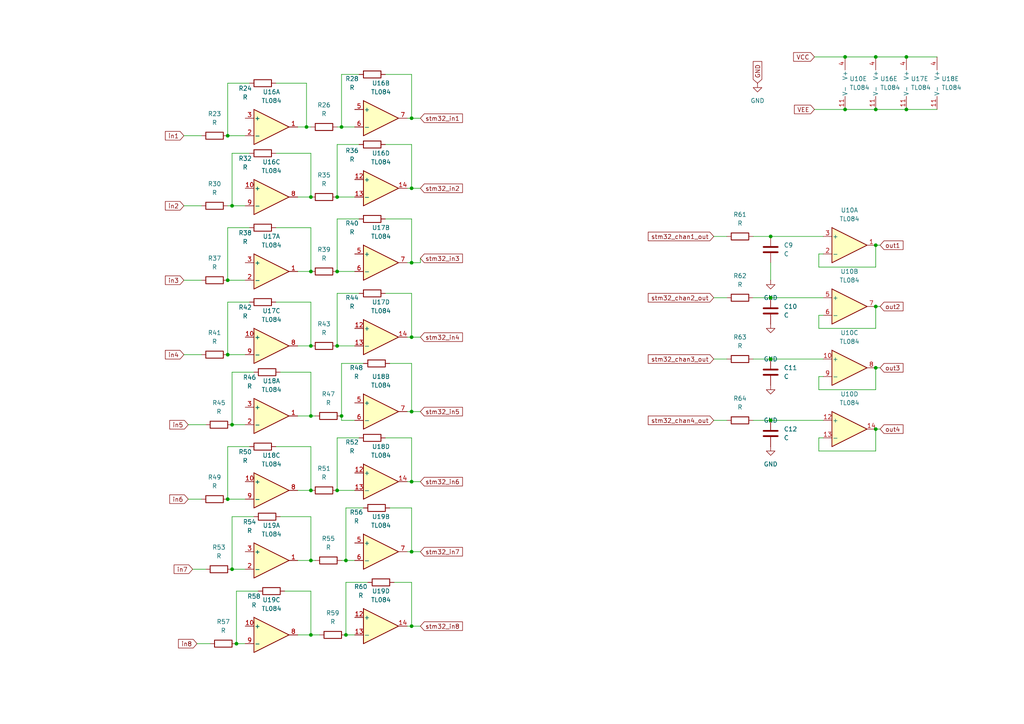
<source format=kicad_sch>
(kicad_sch (version 20250114) (generator "eeschema") (generator_version "9.0")
  (paper "A4")
  (lib_symbols
    (symbol "Amplifier_Operational:TL084" (pin_names (offset 0.127))
      (property "Reference" "U" (at 0 5.08 0))
      (property "Value" "TL084" (at 0 -5.08 0))
      (symbol "TL084_1_1"
        (polyline (pts (xy -5.08 5.08) (xy 5.08 0) (xy -5.08 -5.08) (xy -5.08 5.08)) (stroke (width 0.254)) (fill (type background)))
        (pin input line (at -7.62 2.54 0) (length 2.54) (name "+") (number "3"))
        (pin input line (at -7.62 -2.54 0) (length 2.54) (name "-") (number "2"))
        (pin output line (at 7.62 0 180) (length 2.54) (name "~") (number "1"))
      )
      (symbol "TL084_2_1"
        (polyline (pts (xy -5.08 5.08) (xy 5.08 0) (xy -5.08 -5.08) (xy -5.08 5.08)) (stroke (width 0.254)) (fill (type background)))
        (pin input line (at -7.62 2.54 0) (length 2.54) (name "+") (number "5"))
        (pin input line (at -7.62 -2.54 0) (length 2.54) (name "-") (number "6"))
        (pin output line (at 7.62 0 180) (length 2.54) (name "~") (number "7"))
      )
      (symbol "TL084_3_1"
        (polyline (pts (xy -5.08 5.08) (xy 5.08 0) (xy -5.08 -5.08) (xy -5.08 5.08)) (stroke (width 0.254)) (fill (type background)))
        (pin input line (at -7.62 2.54 0) (length 2.54) (name "+") (number "10"))
        (pin input line (at -7.62 -2.54 0) (length 2.54) (name "-") (number "9"))
        (pin output line (at 7.62 0 180) (length 2.54) (name "~") (number "8"))
      )
      (symbol "TL084_4_1"
        (polyline (pts (xy -5.08 5.08) (xy 5.08 0) (xy -5.08 -5.08) (xy -5.08 5.08)) (stroke (width 0.254)) (fill (type background)))
        (pin input line (at -7.62 2.54 0) (length 2.54) (name "+") (number "12"))
        (pin input line (at -7.62 -2.54 0) (length 2.54) (name "-") (number "13"))
        (pin output line (at 7.62 0 180) (length 2.54) (name "~") (number "14"))
      )
      (symbol "TL084_5_1"
        (pin power_in line (at -2.54 7.62 270) (length 3.81) (name "V+") (number "4"))
        (pin power_in line (at -2.54 -7.62 90) (length 3.81) (name "V-") (number "11"))
      )
    )
    (symbol "Device:C" (pin_numbers (hide yes)) (pin_names (offset 0.254))
      (property "Reference" "C" (at 0.635 2.54 0))
      (property "Value" "C" (at 0.635 -2.54 0))
      (symbol "C_0_1"
        (polyline (pts (xy -2.032 0.762) (xy 2.032 0.762)) (stroke (width 0.508)))
        (polyline (pts (xy -2.032 -0.762) (xy 2.032 -0.762)) (stroke (width 0.508)))
      )
      (symbol "C_1_1"
        (pin passive line (at 0 3.81 270) (length 2.794) (name "~") (number "1"))
        (pin passive line (at 0 -3.81 90) (length 2.794) (name "~") (number "2"))
      )
    )
    (symbol "Device:R" (pin_numbers (hide yes)) (pin_names (offset 0))
      (property "Reference" "R" (at 2.032 0 90))
      (property "Value" "R" (at 0 0 90))
      (symbol "R_0_1"
        (rectangle (start -1.016 -2.54) (end 1.016 2.54) (stroke (width 0.254)))
      )
      (symbol "R_1_1"
        (pin passive line (at 0 3.81 270) (length 1.27) (name "~") (number "1"))
        (pin passive line (at 0 -3.81 90) (length 1.27) (name "~") (number "2"))
      )
    )
    (symbol "power:GND" (power) (pin_numbers (hide yes)) (pin_names (offset 0) (hide yes))
      (property "Value" "GND" (at 0 -3.81 0))
      (symbol "GND_0_1"
        (polyline (pts (xy 0 0) (xy 0 -1.27) (xy 1.27 -1.27) (xy 0 -2.54) (xy -1.27 -1.27) (xy 0 -1.27)))
      )
      (symbol "GND_1_1"
        (pin power_in line (at 0 0 270) (length 0) (name "~") (number "1"))
      )
    )
  )
  (junction (at 119.38 76.2))
  (junction (at 90.17 184.15))
  (junction (at 254 124.46))
  (junction (at 99.06 120.65))
  (junction (at 254 71.12))
  (junction (at 262.89 16.51))
  (junction (at 119.38 139.7))
  (junction (at 245.11 16.51))
  (junction (at 245.11 31.75))
  (junction (at 90.17 78.74))
  (junction (at 119.38 181.61))
  (junction (at 119.38 97.79))
  (junction (at 254 16.51))
  (junction (at 223.52 68.58))
  (junction (at 97.79 57.15))
  (junction (at 119.38 119.38))
  (junction (at 67.31 165.1))
  (junction (at 66.04 102.87))
  (junction (at 100.33 162.56))
  (junction (at 254 106.68))
  (junction (at 90.17 120.65))
  (junction (at 100.33 184.15))
  (junction (at 88.9 36.83))
  (junction (at 254 31.75))
  (junction (at 223.52 121.92))
  (junction (at 90.17 142.24))
  (junction (at 97.79 142.24))
  (junction (at 119.38 54.61))
  (junction (at 67.31 59.69))
  (junction (at 99.06 36.83))
  (junction (at 254 88.9))
  (junction (at 90.17 162.56))
  (junction (at 119.38 160.02))
  (junction (at 223.52 86.36))
  (junction (at 97.79 78.74))
  (junction (at 66.04 39.37))
  (junction (at 90.17 57.15))
  (junction (at 119.38 34.29))
  (junction (at 67.31 123.19))
  (junction (at 90.17 100.33))
  (junction (at 68.58 186.69))
  (junction (at 66.04 81.28))
  (junction (at 223.52 104.14))
  (junction (at 66.04 144.78))
  (junction (at 97.79 100.33))
  (junction (at 262.89 31.75))
  (wire (pts (xy 113.03 147.32) (xy 119.38 147.32)))
  (wire (pts (xy 237.49 73.66) (xy 237.49 77.47)))
  (wire (pts (xy 90.17 66.04) (xy 90.17 78.74)))
  (wire (pts (xy 218.44 121.92) (xy 223.52 121.92)))
  (wire (pts (xy 97.79 57.15) (xy 97.79 41.91)))
  (wire (pts (xy 67.31 123.19) (xy 71.12 123.19)))
  (wire (pts (xy 99.06 162.56) (xy 100.33 162.56)))
  (wire (pts (xy 66.04 129.54) (xy 72.39 129.54)))
  (wire (pts (xy 119.38 85.09) (xy 119.38 97.79)))
  (wire (pts (xy 119.38 147.32) (xy 119.38 160.02)))
  (wire (pts (xy 223.52 104.14) (xy 238.76 104.14)))
  (wire (pts (xy 223.52 121.92) (xy 238.76 121.92)))
  (wire (pts (xy 119.38 119.38) (xy 121.92 119.38)))
  (wire (pts (xy 86.36 162.56) (xy 90.17 162.56)))
  (wire (pts (xy 97.79 63.5) (xy 104.14 63.5)))
  (wire (pts (xy 254 31.75) (xy 262.89 31.75)))
  (wire (pts (xy 86.36 100.33) (xy 90.17 100.33)))
  (wire (pts (xy 67.31 59.69) (xy 71.12 59.69)))
  (wire (pts (xy 114.3 168.91) (xy 119.38 168.91)))
  (wire (pts (xy 81.28 107.95) (xy 90.17 107.95)))
  (wire (pts (xy 207.01 104.14) (xy 210.82 104.14)))
  (wire (pts (xy 254 106.68) (xy 254 113.03)))
  (wire (pts (xy 97.79 78.74) (xy 102.87 78.74)))
  (wire (pts (xy 207.01 86.36) (xy 210.82 86.36)))
  (wire (pts (xy 66.04 66.04) (xy 72.39 66.04)))
  (wire (pts (xy 97.79 127) (xy 104.14 127)))
  (wire (pts (xy 119.38 168.91) (xy 119.38 181.61)))
  (wire (pts (xy 66.04 102.87) (xy 71.12 102.87)))
  (wire (pts (xy 97.79 100.33) (xy 102.87 100.33)))
  (wire (pts (xy 119.38 41.91) (xy 119.38 54.61)))
  (wire (pts (xy 238.76 73.66) (xy 237.49 73.66)))
  (wire (pts (xy 99.06 21.59) (xy 104.14 21.59)))
  (wire (pts (xy 262.89 31.75) (xy 271.78 31.75)))
  (wire (pts (xy 223.52 68.58) (xy 238.76 68.58)))
  (wire (pts (xy 80.01 44.45) (xy 90.17 44.45)))
  (wire (pts (xy 66.04 81.28) (xy 66.04 66.04)))
  (wire (pts (xy 90.17 149.86) (xy 90.17 162.56)))
  (wire (pts (xy 236.22 16.51) (xy 245.11 16.51)))
  (wire (pts (xy 53.34 102.87) (xy 58.42 102.87)))
  (wire (pts (xy 86.36 36.83) (xy 88.9 36.83)))
  (wire (pts (xy 66.04 81.28) (xy 71.12 81.28)))
  (wire (pts (xy 223.52 81.28) (xy 223.52 76.2)))
  (wire (pts (xy 118.11 76.2) (xy 119.38 76.2)))
  (wire (pts (xy 67.31 59.69) (xy 67.31 44.45)))
  (wire (pts (xy 66.04 87.63) (xy 72.39 87.63)))
  (wire (pts (xy 119.38 97.79) (xy 121.92 97.79)))
  (wire (pts (xy 53.34 39.37) (xy 58.42 39.37)))
  (wire (pts (xy 81.28 149.86) (xy 90.17 149.86)))
  (wire (pts (xy 237.49 95.25) (xy 254 95.25)))
  (wire (pts (xy 97.79 36.83) (xy 99.06 36.83)))
  (wire (pts (xy 66.04 144.78) (xy 71.12 144.78)))
  (wire (pts (xy 68.58 186.69) (xy 68.58 171.45)))
  (wire (pts (xy 119.38 34.29) (xy 118.11 34.29)))
  (wire (pts (xy 100.33 184.15) (xy 100.33 168.91)))
  (wire (pts (xy 86.36 78.74) (xy 90.17 78.74)))
  (wire (pts (xy 68.58 186.69) (xy 71.12 186.69)))
  (wire (pts (xy 97.79 85.09) (xy 104.14 85.09)))
  (wire (pts (xy 111.76 127) (xy 119.38 127)))
  (wire (pts (xy 66.04 59.69) (xy 67.31 59.69)))
  (wire (pts (xy 119.38 139.7) (xy 121.92 139.7)))
  (wire (pts (xy 54.61 144.78) (xy 58.42 144.78)))
  (wire (pts (xy 118.11 181.61) (xy 119.38 181.61)))
  (wire (pts (xy 80.01 24.13) (xy 88.9 24.13)))
  (wire (pts (xy 207.01 121.92) (xy 210.82 121.92)))
  (wire (pts (xy 88.9 24.13) (xy 88.9 36.83)))
  (wire (pts (xy 100.33 168.91) (xy 106.68 168.91)))
  (wire (pts (xy 99.06 36.83) (xy 102.87 36.83)))
  (wire (pts (xy 111.76 41.91) (xy 119.38 41.91)))
  (wire (pts (xy 119.38 21.59) (xy 119.38 34.29)))
  (wire (pts (xy 80.01 87.63) (xy 90.17 87.63)))
  (wire (pts (xy 237.49 130.81) (xy 254 130.81)))
  (wire (pts (xy 90.17 44.45) (xy 90.17 57.15)))
  (wire (pts (xy 111.76 21.59) (xy 119.38 21.59)))
  (wire (pts (xy 238.76 109.22) (xy 237.49 109.22)))
  (wire (pts (xy 237.49 109.22) (xy 237.49 113.03)))
  (wire (pts (xy 119.38 76.2) (xy 121.92 76.2)))
  (wire (pts (xy 118.11 54.61) (xy 119.38 54.61)))
  (wire (pts (xy 111.76 63.5) (xy 119.38 63.5)))
  (wire (pts (xy 82.55 171.45) (xy 90.17 171.45)))
  (wire (pts (xy 254 16.51) (xy 262.89 16.51)))
  (wire (pts (xy 97.79 57.15) (xy 102.87 57.15)))
  (wire (pts (xy 237.49 127) (xy 237.49 130.81)))
  (wire (pts (xy 255.27 106.68) (xy 254 106.68)))
  (wire (pts (xy 111.76 85.09) (xy 119.38 85.09)))
  (wire (pts (xy 90.17 162.56) (xy 91.44 162.56)))
  (wire (pts (xy 119.38 63.5) (xy 119.38 76.2)))
  (wire (pts (xy 99.06 105.41) (xy 105.41 105.41)))
  (wire (pts (xy 67.31 107.95) (xy 73.66 107.95)))
  (wire (pts (xy 53.34 81.28) (xy 58.42 81.28)))
  (wire (pts (xy 254 88.9) (xy 254 95.25)))
  (wire (pts (xy 66.04 102.87) (xy 66.04 87.63)))
  (wire (pts (xy 99.06 120.65) (xy 99.06 105.41)))
  (wire (pts (xy 255.27 88.9) (xy 254 88.9)))
  (wire (pts (xy 97.79 41.91) (xy 104.14 41.91)))
  (wire (pts (xy 218.44 104.14) (xy 223.52 104.14)))
  (wire (pts (xy 245.11 16.51) (xy 254 16.51)))
  (wire (pts (xy 68.58 171.45) (xy 74.93 171.45)))
  (wire (pts (xy 218.44 68.58) (xy 223.52 68.58)))
  (wire (pts (xy 88.9 36.83) (xy 90.17 36.83)))
  (wire (pts (xy 238.76 127) (xy 237.49 127)))
  (wire (pts (xy 118.11 97.79) (xy 119.38 97.79)))
  (wire (pts (xy 113.03 105.41) (xy 119.38 105.41)))
  (wire (pts (xy 237.49 113.03) (xy 254 113.03)))
  (wire (pts (xy 86.36 184.15) (xy 90.17 184.15)))
  (wire (pts (xy 255.27 124.46) (xy 254 124.46)))
  (wire (pts (xy 54.61 123.19) (xy 59.69 123.19)))
  (wire (pts (xy 66.04 39.37) (xy 66.04 24.13)))
  (wire (pts (xy 97.79 142.24) (xy 97.79 127)))
  (wire (pts (xy 97.79 78.74) (xy 97.79 63.5)))
  (wire (pts (xy 100.33 184.15) (xy 102.87 184.15)))
  (wire (pts (xy 119.38 181.61) (xy 121.92 181.61)))
  (wire (pts (xy 119.38 105.41) (xy 119.38 119.38)))
  (wire (pts (xy 90.17 129.54) (xy 90.17 142.24)))
  (wire (pts (xy 100.33 162.56) (xy 100.33 147.32)))
  (wire (pts (xy 67.31 165.1) (xy 67.31 149.86)))
  (wire (pts (xy 67.31 149.86) (xy 73.66 149.86)))
  (wire (pts (xy 118.11 119.38) (xy 119.38 119.38)))
  (wire (pts (xy 100.33 147.32) (xy 105.41 147.32)))
  (wire (pts (xy 90.17 171.45) (xy 90.17 184.15)))
  (wire (pts (xy 86.36 57.15) (xy 90.17 57.15)))
  (wire (pts (xy 97.79 142.24) (xy 102.87 142.24)))
  (wire (pts (xy 97.79 100.33) (xy 97.79 85.09)))
  (wire (pts (xy 67.31 165.1) (xy 71.12 165.1)))
  (wire (pts (xy 119.38 127) (xy 119.38 139.7)))
  (wire (pts (xy 119.38 160.02) (xy 121.92 160.02)))
  (wire (pts (xy 67.31 123.19) (xy 67.31 107.95)))
  (wire (pts (xy 86.36 142.24) (xy 90.17 142.24)))
  (wire (pts (xy 118.11 139.7) (xy 119.38 139.7)))
  (wire (pts (xy 207.01 68.58) (xy 210.82 68.58)))
  (wire (pts (xy 255.27 71.12) (xy 254 71.12)))
  (wire (pts (xy 99.06 120.65) (xy 99.06 121.92)))
  (wire (pts (xy 100.33 162.56) (xy 102.87 162.56)))
  (wire (pts (xy 121.92 76.2) (xy 121.92 74.93)))
  (wire (pts (xy 90.17 107.95) (xy 90.17 120.65)))
  (wire (pts (xy 86.36 120.65) (xy 90.17 120.65)))
  (wire (pts (xy 223.52 86.36) (xy 238.76 86.36)))
  (wire (pts (xy 90.17 184.15) (xy 92.71 184.15)))
  (wire (pts (xy 66.04 39.37) (xy 71.12 39.37)))
  (wire (pts (xy 80.01 129.54) (xy 90.17 129.54)))
  (wire (pts (xy 245.11 31.75) (xy 254 31.75)))
  (wire (pts (xy 66.04 144.78) (xy 66.04 129.54)))
  (wire (pts (xy 90.17 120.65) (xy 91.44 120.65)))
  (wire (pts (xy 80.01 66.04) (xy 90.17 66.04)))
  (wire (pts (xy 99.06 36.83) (xy 99.06 21.59)))
  (wire (pts (xy 119.38 54.61) (xy 121.92 54.61)))
  (wire (pts (xy 90.17 87.63) (xy 90.17 100.33)))
  (wire (pts (xy 254 77.47) (xy 254 71.12)))
  (wire (pts (xy 262.89 16.51) (xy 271.78 16.51)))
  (wire (pts (xy 118.11 160.02) (xy 119.38 160.02)))
  (wire (pts (xy 55.88 165.1) (xy 59.69 165.1)))
  (wire (pts (xy 121.92 34.29) (xy 119.38 34.29)))
  (wire (pts (xy 237.49 77.47) (xy 254 77.47)))
  (wire (pts (xy 254 124.46) (xy 254 130.81)))
  (wire (pts (xy 67.31 44.45) (xy 72.39 44.45)))
  (wire (pts (xy 99.06 121.92) (xy 102.87 121.92)))
  (wire (pts (xy 57.15 186.69) (xy 60.96 186.69)))
  (wire (pts (xy 53.34 59.69) (xy 58.42 59.69)))
  (wire (pts (xy 218.44 86.36) (xy 223.52 86.36)))
  (wire (pts (xy 66.04 24.13) (xy 72.39 24.13)))
  (wire (pts (xy 236.22 31.75) (xy 245.11 31.75)))
  (wire (pts (xy 238.76 91.44) (xy 237.49 91.44)))
  (wire (pts (xy 237.49 91.44) (xy 237.49 95.25)))
  (global_label "stm32_in3" (shape input) (at 121.92 74.93 0) (property "Intersheetrefs" "${INTERSHEET_REFS}" (effects (hide yes))))
  (global_label "in4" (shape input) (at 53.34 102.87 180) (property "Intersheetrefs" "${INTERSHEET_REFS}" (effects (hide yes))))
  (global_label "VCC" (shape input) (at 236.22 16.51 180) (property "Intersheetrefs" "${INTERSHEET_REFS}" (effects (hide yes))))
  (global_label "in8" (shape input) (at 57.15 186.69 180) (property "Intersheetrefs" "${INTERSHEET_REFS}" (effects (hide yes))))
  (global_label "out2" (shape input) (at 255.27 88.9 0) (property "Intersheetrefs" "${INTERSHEET_REFS}" (effects (hide yes))))
  (global_label "stm32_in5" (shape input) (at 121.92 119.38 0) (property "Intersheetrefs" "${INTERSHEET_REFS}" (effects (hide yes))))
  (global_label "stm32_chan2_out" (shape input) (at 207.01 86.36 180) (property "Intersheetrefs" "${INTERSHEET_REFS}" (effects (hide yes))))
  (global_label "in3" (shape input) (at 53.34 81.28 180) (property "Intersheetrefs" "${INTERSHEET_REFS}" (effects (hide yes))))
  (global_label "out1" (shape input) (at 255.27 71.12 0) (property "Intersheetrefs" "${INTERSHEET_REFS}" (effects (hide yes))))
  (global_label "GND" (shape input) (at 219.71 24.13 90) (property "Intersheetrefs" "${INTERSHEET_REFS}" (effects (hide yes))))
  (global_label "stm32_chan1_out" (shape input) (at 207.01 68.58 180) (property "Intersheetrefs" "${INTERSHEET_REFS}" (effects (hide yes))))
  (global_label "in1" (shape input) (at 53.34 39.37 180) (property "Intersheetrefs" "${INTERSHEET_REFS}" (effects (hide yes))))
  (global_label "in7" (shape input) (at 55.88 165.1 180) (property "Intersheetrefs" "${INTERSHEET_REFS}" (effects (hide yes))))
  (global_label "stm32_in4" (shape input) (at 121.92 97.79 0) (property "Intersheetrefs" "${INTERSHEET_REFS}" (effects (hide yes))))
  (global_label "stm32_chan3_out" (shape input) (at 207.01 104.14 180) (property "Intersheetrefs" "${INTERSHEET_REFS}" (effects (hide yes))))
  (global_label "out3" (shape input) (at 255.27 106.68 0) (property "Intersheetrefs" "${INTERSHEET_REFS}" (effects (hide yes))))
  (global_label "stm32_in6" (shape input) (at 121.92 139.7 0) (property "Intersheetrefs" "${INTERSHEET_REFS}" (effects (hide yes))))
  (global_label "VEE" (shape input) (at 236.22 31.75 180) (property "Intersheetrefs" "${INTERSHEET_REFS}" (effects (hide yes))))
  (global_label "stm32_in8" (shape input) (at 121.92 181.61 0) (property "Intersheetrefs" "${INTERSHEET_REFS}" (effects (hide yes))))
  (global_label "stm32_in2" (shape input) (at 121.92 54.61 0) (property "Intersheetrefs" "${INTERSHEET_REFS}" (effects (hide yes))))
  (global_label "in2" (shape input) (at 53.34 59.69 180) (property "Intersheetrefs" "${INTERSHEET_REFS}" (effects (hide yes))))
  (global_label "stm32_in1" (shape input) (at 121.92 34.29 0) (property "Intersheetrefs" "${INTERSHEET_REFS}" (effects (hide yes))))
  (global_label "in5" (shape input) (at 54.61 123.19 180) (property "Intersheetrefs" "${INTERSHEET_REFS}" (effects (hide yes))))
  (global_label "stm32_chan4_out" (shape input) (at 207.01 121.92 180) (property "Intersheetrefs" "${INTERSHEET_REFS}" (effects (hide yes))))
  (global_label "stm32_in7" (shape input) (at 121.92 160.02 0) (property "Intersheetrefs" "${INTERSHEET_REFS}" (effects (hide yes))))
  (global_label "in6" (shape input) (at 54.61 144.78 180) (property "Intersheetrefs" "${INTERSHEET_REFS}" (effects (hide yes))))
  (global_label "out4" (shape input) (at 255.27 124.46 0) (property "Intersheetrefs" "${INTERSHEET_REFS}" (effects (hide yes))))
  (symbol (lib_id "Device:C") (at 223.52 72.39 0) (unit 1)
    (property "Reference" "C9" (at 227.33 71.1199 0) (effects (justify left)))
    (property "Value" "C" (at 227.33 73.6599 0) (effects (justify left)))
    (property "Description" "Unpolarized capacitor" (effects (hide yes)))
  )
  (symbol (lib_id "Device:R") (at 96.52 184.15 90) (unit 1)
    (property "Reference" "R59" (at 96.52 177.8 90))
    (property "Value" "R" (at 96.52 180.34 90))
    (property "Description" "Resistor" (effects (hide yes)))
  )
  (symbol (lib_id "Device:R") (at 93.98 57.15 90) (unit 1)
    (property "Reference" "R35" (at 93.98 50.8 90))
    (property "Value" "R" (at 93.98 53.34 90))
    (property "Description" "Resistor" (effects (hide yes)))
  )
  (symbol (lib_id "Device:R") (at 77.47 149.86 90) (unit 1)
    (property "Reference" "R54" (at 72.39 151.384 90))
    (property "Value" "R" (at 72.39 153.924 90))
    (property "Description" "Resistor" (effects (hide yes)))
  )
  (symbol (lib_id "Device:R") (at 93.98 36.83 90) (unit 1)
    (property "Reference" "R26" (at 93.98 30.48 90))
    (property "Value" "R" (at 93.98 33.02 90))
    (property "Description" "Resistor" (effects (hide yes)))
  )
  (symbol (lib_id "power:GND") (at 219.71 24.13 0) (unit 1)
    (property "Reference" "#PWR026" (effects (hide yes)))
    (property "Value" "GND" (at 219.71 29.21 0))
    (property "Description" "Power symbol creates a global label with name \"GND\" , ground" (effects (hide yes)))
  )
  (symbol (lib_id "Device:R") (at 76.2 44.45 90) (unit 1)
    (property "Reference" "R32" (at 71.12 45.974 90))
    (property "Value" "R" (at 71.12 48.514 90))
    (property "Description" "Resistor" (effects (hide yes)))
  )
  (symbol (lib_id "Amplifier_Operational:TL084") (at 78.74 142.24 0) (unit 3)
    (property "Reference" "U18" (at 78.74 132.08 0))
    (property "Value" "TL084" (at 78.74 134.62 0))
    (property "Datasheet" "http://www.ti.com/lit/ds/symlink/tl081.pdf" (effects (hide yes)))
    (property "Description" "Quad JFET-Input Operational Amplifiers, DIP-14/SOIC-14/SSOP-14" (effects (hide yes)))
  )
  (symbol (lib_id "Amplifier_Operational:TL084") (at 78.74 184.15 0) (unit 3)
    (property "Reference" "U19" (at 78.74 173.99 0))
    (property "Value" "TL084" (at 78.74 176.53 0))
    (property "Datasheet" "http://www.ti.com/lit/ds/symlink/tl081.pdf" (effects (hide yes)))
    (property "Description" "Quad JFET-Input Operational Amplifiers, DIP-14/SOIC-14/SSOP-14" (effects (hide yes)))
  )
  (symbol (lib_id "Device:R") (at 63.5 123.19 90) (unit 1)
    (property "Reference" "R45" (at 63.5 116.84 90))
    (property "Value" "R" (at 63.5 119.38 90))
    (property "Description" "Resistor" (effects (hide yes)))
  )
  (symbol (lib_id "Amplifier_Operational:TL084") (at 110.49 119.38 0) (unit 2)
    (property "Reference" "U18" (at 110.49 109.22 0))
    (property "Value" "TL084" (at 110.49 111.76 0))
    (property "Datasheet" "http://www.ti.com/lit/ds/symlink/tl081.pdf" (effects (hide yes)))
    (property "Description" "Quad JFET-Input Operational Amplifiers, DIP-14/SOIC-14/SSOP-14" (effects (hide yes)))
  )
  (symbol (lib_id "Device:R") (at 62.23 39.37 90) (unit 1)
    (property "Reference" "R23" (at 62.23 33.02 90))
    (property "Value" "R" (at 62.23 35.56 90))
    (property "Description" "Resistor" (effects (hide yes)))
  )
  (symbol (lib_id "Device:R") (at 76.2 24.13 90) (unit 1)
    (property "Reference" "R24" (at 71.12 25.654 90))
    (property "Value" "R" (at 71.12 28.194 90))
    (property "Description" "Resistor" (effects (hide yes)))
  )
  (symbol (lib_id "Device:R") (at 63.5 165.1 90) (unit 1)
    (property "Reference" "R53" (at 63.5 158.75 90))
    (property "Value" "R" (at 63.5 161.29 90))
    (property "Description" "Resistor" (effects (hide yes)))
  )
  (symbol (lib_id "Amplifier_Operational:TL084") (at 274.32 24.13 0) (unit 5)
    (property "Reference" "U18" (at 273.05 22.8599 0) (effects (justify left)))
    (property "Value" "TL084" (at 273.05 25.3999 0) (effects (justify left)))
    (property "Datasheet" "http://www.ti.com/lit/ds/symlink/tl081.pdf" (effects (hide yes)))
    (property "Description" "Quad JFET-Input Operational Amplifiers, DIP-14/SOIC-14/SSOP-14" (effects (hide yes)))
  )
  (symbol (lib_id "Amplifier_Operational:TL084") (at 265.43 24.13 0) (unit 5)
    (property "Reference" "U17" (at 264.16 22.8599 0) (effects (justify left)))
    (property "Value" "TL084" (at 264.16 25.3999 0) (effects (justify left)))
    (property "Datasheet" "http://www.ti.com/lit/ds/symlink/tl081.pdf" (effects (hide yes)))
    (property "Description" "Quad JFET-Input Operational Amplifiers, DIP-14/SOIC-14/SSOP-14" (effects (hide yes)))
  )
  (symbol (lib_id "Amplifier_Operational:TL084") (at 78.74 78.74 0) (unit 1)
    (property "Reference" "U17" (at 78.74 68.58 0))
    (property "Value" "TL084" (at 78.74 71.12 0))
    (property "Datasheet" "http://www.ti.com/lit/ds/symlink/tl081.pdf" (effects (hide yes)))
    (property "Description" "Quad JFET-Input Operational Amplifiers, DIP-14/SOIC-14/SSOP-14" (effects (hide yes)))
  )
  (symbol (lib_id "Device:R") (at 62.23 102.87 90) (unit 1)
    (property "Reference" "R41" (at 62.23 96.52 90))
    (property "Value" "R" (at 62.23 99.06 90))
    (property "Description" "Resistor" (effects (hide yes)))
  )
  (symbol (lib_id "Device:R") (at 107.95 127 90) (unit 1)
    (property "Reference" "R52" (at 102.108 128.27 90))
    (property "Value" "R" (at 102.108 130.81 90))
    (property "Description" "Resistor" (effects (hide yes)))
  )
  (symbol (lib_id "Amplifier_Operational:TL084") (at 110.49 160.02 0) (unit 2)
    (property "Reference" "U19" (at 110.49 149.86 0))
    (property "Value" "TL084" (at 110.49 152.4 0))
    (property "Datasheet" "http://www.ti.com/lit/ds/symlink/tl081.pdf" (effects (hide yes)))
    (property "Description" "Quad JFET-Input Operational Amplifiers, DIP-14/SOIC-14/SSOP-14" (effects (hide yes)))
  )
  (symbol (lib_id "power:GND") (at 223.52 93.98 0) (unit 1)
    (property "Reference" "#PWR016" (effects (hide yes)))
    (property "Value" "GND" (at 223.52 104.14 0))
    (property "Description" "Power symbol creates a global label with name \"GND\" , ground" (effects (hide yes)))
  )
  (symbol (lib_id "Amplifier_Operational:TL084") (at 78.74 120.65 0) (unit 1)
    (property "Reference" "U18" (at 78.74 110.49 0))
    (property "Value" "TL084" (at 78.74 113.03 0))
    (property "Datasheet" "http://www.ti.com/lit/ds/symlink/tl081.pdf" (effects (hide yes)))
    (property "Description" "Quad JFET-Input Operational Amplifiers, DIP-14/SOIC-14/SSOP-14" (effects (hide yes)))
  )
  (symbol (lib_id "Device:R") (at 95.25 120.65 90) (unit 1)
    (property "Reference" "R47" (at 95.25 114.3 90))
    (property "Value" "R" (at 95.25 116.84 90))
    (property "Description" "Resistor" (effects (hide yes)))
  )
  (symbol (lib_id "power:GND") (at 223.52 81.28 0) (unit 1)
    (property "Reference" "#PWR014" (effects (hide yes)))
    (property "Value" "GND" (at 223.52 86.36 0))
    (property "Description" "Power symbol creates a global label with name \"GND\" , ground" (effects (hide yes)))
  )
  (symbol (lib_id "power:GND") (at 223.52 129.54 0) (unit 1)
    (property "Reference" "#PWR025" (effects (hide yes)))
    (property "Value" "GND" (at 223.52 134.62 0))
    (property "Description" "Power symbol creates a global label with name \"GND\" , ground" (effects (hide yes)))
  )
  (symbol (lib_id "Device:R") (at 62.23 81.28 90) (unit 1)
    (property "Reference" "R37" (at 62.23 74.93 90))
    (property "Value" "R" (at 62.23 77.47 90))
    (property "Description" "Resistor" (effects (hide yes)))
  )
  (symbol (lib_id "Device:R") (at 76.2 129.54 90) (unit 1)
    (property "Reference" "R50" (at 71.12 131.064 90))
    (property "Value" "R" (at 71.12 133.604 90))
    (property "Description" "Resistor" (effects (hide yes)))
  )
  (symbol (lib_id "Device:R") (at 214.63 86.36 90) (unit 1)
    (property "Reference" "R62" (at 214.63 80.01 90))
    (property "Value" "R" (at 214.63 82.55 90))
    (property "Description" "Resistor" (effects (hide yes)))
  )
  (symbol (lib_id "Amplifier_Operational:TL084") (at 110.49 34.29 0) (unit 2)
    (property "Reference" "U16" (at 110.49 24.13 0))
    (property "Value" "TL084" (at 110.49 26.67 0))
    (property "Datasheet" "http://www.ti.com/lit/ds/symlink/tl081.pdf" (effects (hide yes)))
    (property "Description" "Quad JFET-Input Operational Amplifiers, DIP-14/SOIC-14/SSOP-14" (effects (hide yes)))
  )
  (symbol (lib_id "Device:R") (at 107.95 63.5 90) (unit 1)
    (property "Reference" "R40" (at 102.108 64.77 90))
    (property "Value" "R" (at 102.108 67.31 90))
    (property "Description" "Resistor" (effects (hide yes)))
  )
  (symbol (lib_id "Amplifier_Operational:TL084") (at 246.38 106.68 0) (unit 3)
    (property "Reference" "U10" (at 246.38 96.52 0))
    (property "Value" "TL084" (at 246.38 99.06 0))
    (property "Datasheet" "http://www.ti.com/lit/ds/symlink/tl081.pdf" (effects (hide yes)))
    (property "Description" "Quad JFET-Input Operational Amplifiers, DIP-14/SOIC-14/SSOP-14" (effects (hide yes)))
  )
  (symbol (lib_id "Amplifier_Operational:TL084") (at 110.49 97.79 0) (unit 4)
    (property "Reference" "U17" (at 110.49 87.63 0))
    (property "Value" "TL084" (at 110.49 90.17 0))
    (property "Datasheet" "http://www.ti.com/lit/ds/symlink/tl081.pdf" (effects (hide yes)))
    (property "Description" "Quad JFET-Input Operational Amplifiers, DIP-14/SOIC-14/SSOP-14" (effects (hide yes)))
  )
  (symbol (lib_id "Device:R") (at 93.98 78.74 90) (unit 1)
    (property "Reference" "R39" (at 93.98 72.39 90))
    (property "Value" "R" (at 93.98 74.93 90))
    (property "Description" "Resistor" (effects (hide yes)))
  )
  (symbol (lib_id "Device:R") (at 76.2 66.04 90) (unit 1)
    (property "Reference" "R38" (at 71.12 67.564 90))
    (property "Value" "R" (at 71.12 70.104 90))
    (property "Description" "Resistor" (effects (hide yes)))
  )
  (symbol (lib_id "Device:R") (at 93.98 142.24 90) (unit 1)
    (property "Reference" "R51" (at 93.98 135.89 90))
    (property "Value" "R" (at 93.98 138.43 90))
    (property "Description" "Resistor" (effects (hide yes)))
  )
  (symbol (lib_id "Device:R") (at 107.95 41.91 90) (unit 1)
    (property "Reference" "R36" (at 102.108 43.688 90))
    (property "Value" "R" (at 102.108 46.228 90))
    (property "Description" "Resistor" (effects (hide yes)))
  )
  (symbol (lib_id "Device:R") (at 107.95 85.09 90) (unit 1)
    (property "Reference" "R44" (at 102.108 86.36 90))
    (property "Value" "R" (at 102.108 88.9 90))
    (property "Description" "Resistor" (effects (hide yes)))
  )
  (symbol (lib_id "Device:R") (at 95.25 162.56 90) (unit 1)
    (property "Reference" "R55" (at 95.25 156.21 90))
    (property "Value" "R" (at 95.25 158.75 90))
    (property "Description" "Resistor" (effects (hide yes)))
  )
  (symbol (lib_id "Device:C") (at 223.52 107.95 0) (unit 1)
    (property "Reference" "C11" (at 227.33 106.6799 0) (effects (justify left)))
    (property "Value" "C" (at 227.33 109.2199 0) (effects (justify left)))
    (property "Description" "Unpolarized capacitor" (effects (hide yes)))
  )
  (symbol (lib_id "Amplifier_Operational:TL084") (at 78.74 36.83 0) (unit 1)
    (property "Reference" "U16" (at 78.74 26.67 0))
    (property "Value" "TL084" (at 78.74 29.21 0))
    (property "Datasheet" "http://www.ti.com/lit/ds/symlink/tl081.pdf" (effects (hide yes)))
    (property "Description" "Quad JFET-Input Operational Amplifiers, DIP-14/SOIC-14/SSOP-14" (effects (hide yes)))
  )
  (symbol (lib_id "Device:R") (at 214.63 68.58 90) (unit 1)
    (property "Reference" "R61" (at 214.63 62.23 90))
    (property "Value" "R" (at 214.63 64.77 90))
    (property "Description" "Resistor" (effects (hide yes)))
  )
  (symbol (lib_id "Amplifier_Operational:TL084") (at 256.54 24.13 0) (unit 5)
    (property "Reference" "U16" (at 255.27 22.8599 0) (effects (justify left)))
    (property "Value" "TL084" (at 255.27 25.3999 0) (effects (justify left)))
    (property "Datasheet" "http://www.ti.com/lit/ds/symlink/tl081.pdf" (effects (hide yes)))
    (property "Description" "Quad JFET-Input Operational Amplifiers, DIP-14/SOIC-14/SSOP-14" (effects (hide yes)))
  )
  (symbol (lib_id "Amplifier_Operational:TL084") (at 110.49 139.7 0) (unit 4)
    (property "Reference" "U18" (at 110.49 129.54 0))
    (property "Value" "TL084" (at 110.49 132.08 0))
    (property "Datasheet" "http://www.ti.com/lit/ds/symlink/tl081.pdf" (effects (hide yes)))
    (property "Description" "Quad JFET-Input Operational Amplifiers, DIP-14/SOIC-14/SSOP-14" (effects (hide yes)))
  )
  (symbol (lib_id "Amplifier_Operational:TL084") (at 110.49 76.2 0) (unit 2)
    (property "Reference" "U17" (at 110.49 66.04 0))
    (property "Value" "TL084" (at 110.49 68.58 0))
    (property "Datasheet" "http://www.ti.com/lit/ds/symlink/tl081.pdf" (effects (hide yes)))
    (property "Description" "Quad JFET-Input Operational Amplifiers, DIP-14/SOIC-14/SSOP-14" (effects (hide yes)))
  )
  (symbol (lib_id "Device:R") (at 110.49 168.91 90) (unit 1)
    (property "Reference" "R60" (at 104.648 170.18 90))
    (property "Value" "R" (at 104.648 172.72 90))
    (property "Description" "Resistor" (effects (hide yes)))
  )
  (symbol (lib_id "Amplifier_Operational:TL084") (at 78.74 100.33 0) (unit 3)
    (property "Reference" "U17" (at 78.74 90.17 0))
    (property "Value" "TL084" (at 78.74 92.71 0))
    (property "Datasheet" "http://www.ti.com/lit/ds/symlink/tl081.pdf" (effects (hide yes)))
    (property "Description" "Quad JFET-Input Operational Amplifiers, DIP-14/SOIC-14/SSOP-14" (effects (hide yes)))
  )
  (symbol (lib_id "Amplifier_Operational:TL084") (at 247.65 24.13 0) (unit 5)
    (property "Reference" "U10" (at 246.38 22.8599 0) (effects (justify left)))
    (property "Value" "TL084" (at 246.38 25.3999 0) (effects (justify left)))
    (property "Datasheet" "http://www.ti.com/lit/ds/symlink/tl081.pdf" (effects (hide yes)))
    (property "Description" "Quad JFET-Input Operational Amplifiers, DIP-14/SOIC-14/SSOP-14" (effects (hide yes)))
  )
  (symbol (lib_id "Amplifier_Operational:TL084") (at 78.74 57.15 0) (unit 3)
    (property "Reference" "U16" (at 78.74 46.99 0))
    (property "Value" "TL084" (at 78.74 49.53 0))
    (property "Datasheet" "http://www.ti.com/lit/ds/symlink/tl081.pdf" (effects (hide yes)))
    (property "Description" "Quad JFET-Input Operational Amplifiers, DIP-14/SOIC-14/SSOP-14" (effects (hide yes)))
  )
  (symbol (lib_id "Device:R") (at 62.23 59.69 90) (unit 1)
    (property "Reference" "R30" (at 62.23 53.34 90))
    (property "Value" "R" (at 62.23 55.88 90))
    (property "Description" "Resistor" (effects (hide yes)))
  )
  (symbol (lib_id "Amplifier_Operational:TL084") (at 246.38 71.12 0) (unit 1)
    (property "Reference" "U10" (at 246.38 60.96 0))
    (property "Value" "TL084" (at 246.38 63.5 0))
    (property "Datasheet" "http://www.ti.com/lit/ds/symlink/tl081.pdf" (effects (hide yes)))
    (property "Description" "Quad JFET-Input Operational Amplifiers, DIP-14/SOIC-14/SSOP-14" (effects (hide yes)))
  )
  (symbol (lib_id "Amplifier_Operational:TL084") (at 246.38 88.9 0) (unit 2)
    (property "Reference" "U10" (at 246.38 78.74 0))
    (property "Value" "TL084" (at 246.38 81.28 0))
    (property "Datasheet" "http://www.ti.com/lit/ds/symlink/tl081.pdf" (effects (hide yes)))
    (property "Description" "Quad JFET-Input Operational Amplifiers, DIP-14/SOIC-14/SSOP-14" (effects (hide yes)))
  )
  (symbol (lib_id "Amplifier_Operational:TL084") (at 110.49 54.61 0) (unit 4)
    (property "Reference" "U16" (at 110.49 44.45 0))
    (property "Value" "TL084" (at 110.49 46.99 0))
    (property "Datasheet" "http://www.ti.com/lit/ds/symlink/tl081.pdf" (effects (hide yes)))
    (property "Description" "Quad JFET-Input Operational Amplifiers, DIP-14/SOIC-14/SSOP-14" (effects (hide yes)))
  )
  (symbol (lib_id "Device:C") (at 223.52 90.17 0) (unit 1)
    (property "Reference" "C10" (at 227.33 88.8999 0) (effects (justify left)))
    (property "Value" "C" (at 227.33 91.4399 0) (effects (justify left)))
    (property "Description" "Unpolarized capacitor" (effects (hide yes)))
  )
  (symbol (lib_id "Device:R") (at 214.63 104.14 90) (unit 1)
    (property "Reference" "R63" (at 214.63 97.79 90))
    (property "Value" "R" (at 214.63 100.33 90))
    (property "Description" "Resistor" (effects (hide yes)))
  )
  (symbol (lib_id "Device:R") (at 107.95 21.59 90) (unit 1)
    (property "Reference" "R28" (at 102.108 22.86 90))
    (property "Value" "R" (at 102.108 25.4 90))
    (property "Description" "Resistor" (effects (hide yes)))
  )
  (symbol (lib_id "Device:R") (at 93.98 100.33 90) (unit 1)
    (property "Reference" "R43" (at 93.98 93.98 90))
    (property "Value" "R" (at 93.98 96.52 90))
    (property "Description" "Resistor" (effects (hide yes)))
  )
  (symbol (lib_id "Device:R") (at 78.74 171.45 90) (unit 1)
    (property "Reference" "R58" (at 73.66 172.974 90))
    (property "Value" "R" (at 73.66 175.514 90))
    (property "Description" "Resistor" (effects (hide yes)))
  )
  (symbol (lib_id "Device:R") (at 64.77 186.69 90) (unit 1)
    (property "Reference" "R57" (at 64.77 180.34 90))
    (property "Value" "R" (at 64.77 182.88 90))
    (property "Description" "Resistor" (effects (hide yes)))
  )
  (symbol (lib_id "Amplifier_Operational:TL084") (at 246.38 124.46 0) (unit 4)
    (property "Reference" "U10" (at 246.38 114.3 0))
    (property "Value" "TL084" (at 246.38 116.84 0))
    (property "Datasheet" "http://www.ti.com/lit/ds/symlink/tl081.pdf" (effects (hide yes)))
    (property "Description" "Quad JFET-Input Operational Amplifiers, DIP-14/SOIC-14/SSOP-14" (effects (hide yes)))
  )
  (symbol (lib_id "Device:R") (at 109.22 105.41 90) (unit 1)
    (property "Reference" "R48" (at 103.378 106.68 90))
    (property "Value" "R" (at 103.378 109.22 90))
    (property "Description" "Resistor" (effects (hide yes)))
  )
  (symbol (lib_id "Device:R") (at 62.23 144.78 90) (unit 1)
    (property "Reference" "R49" (at 62.23 138.43 90))
    (property "Value" "R" (at 62.23 140.97 90))
    (property "Description" "Resistor" (effects (hide yes)))
  )
  (symbol (lib_id "Amplifier_Operational:TL084") (at 110.49 181.61 0) (unit 4)
    (property "Reference" "U19" (at 110.49 171.45 0))
    (property "Value" "TL084" (at 110.49 173.99 0))
    (property "Datasheet" "http://www.ti.com/lit/ds/symlink/tl081.pdf" (effects (hide yes)))
    (property "Description" "Quad JFET-Input Operational Amplifiers, DIP-14/SOIC-14/SSOP-14" (effects (hide yes)))
  )
  (symbol (lib_id "Device:R") (at 214.63 121.92 90) (unit 1)
    (property "Reference" "R64" (at 214.63 115.57 90))
    (property "Value" "R" (at 214.63 118.11 90))
    (property "Description" "Resistor" (effects (hide yes)))
  )
  (symbol (lib_id "Device:R") (at 109.22 147.32 90) (unit 1)
    (property "Reference" "R56" (at 103.378 148.59 90))
    (property "Value" "R" (at 103.378 151.13 90))
    (property "Description" "Resistor" (effects (hide yes)))
  )
  (symbol (lib_id "Device:C") (at 223.52 125.73 0) (unit 1)
    (property "Reference" "C12" (at 227.33 124.4599 0) (effects (justify left)))
    (property "Value" "C" (at 227.33 126.9999 0) (effects (justify left)))
    (property "Description" "Unpolarized capacitor" (effects (hide yes)))
  )
  (symbol (lib_id "Device:R") (at 76.2 87.63 90) (unit 1)
    (property "Reference" "R42" (at 71.12 89.154 90))
    (property "Value" "R" (at 71.12 91.694 90))
    (property "Description" "Resistor" (effects (hide yes)))
  )
  (symbol (lib_id "Amplifier_Operational:TL084") (at 78.74 162.56 0) (unit 1)
    (property "Reference" "U19" (at 78.74 152.4 0))
    (property "Value" "TL084" (at 78.74 154.94 0))
    (property "Datasheet" "http://www.ti.com/lit/ds/symlink/tl081.pdf" (effects (hide yes)))
    (property "Description" "Quad JFET-Input Operational Amplifiers, DIP-14/SOIC-14/SSOP-14" (effects (hide yes)))
  )
  (symbol (lib_id "power:GND") (at 223.52 111.76 0) (unit 1)
    (property "Reference" "#PWR018" (effects (hide yes)))
    (property "Value" "GND" (at 223.52 121.92 0))
    (property "Description" "Power symbol creates a global label with name \"GND\" , ground" (effects (hide yes)))
  )
  (symbol (lib_id "Device:R") (at 77.47 107.95 90) (unit 1)
    (property "Reference" "R46" (at 72.39 109.474 90))
    (property "Value" "R" (at 72.39 112.014 90))
    (property "Description" "Resistor" (effects (hide yes)))
  )
)
</source>
